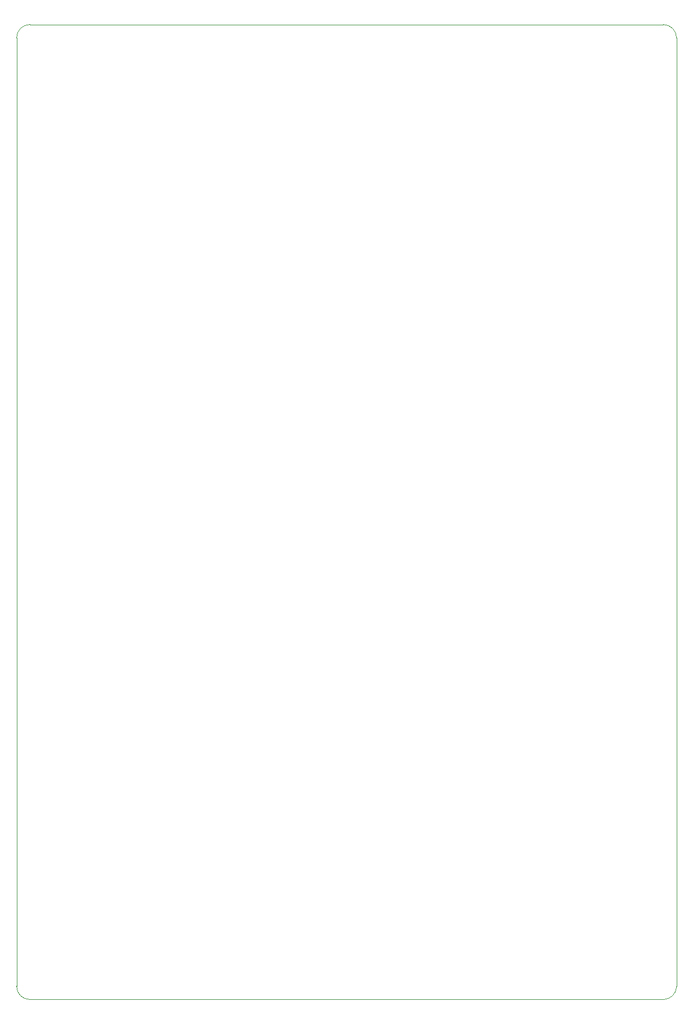
<source format=gbr>
%TF.GenerationSoftware,Altium Limited,Altium Designer,22.11.1 (43)*%
G04 Layer_Color=0*
%FSLAX45Y45*%
%MOMM*%
%TF.SameCoordinates,189E8146-0809-41ED-80BF-86DDFA5291D0*%
%TF.FilePolarity,Positive*%
%TF.FileFunction,Profile,NP*%
%TF.Part,Single*%
G01*
G75*
%TA.AperFunction,Profile*%
%ADD40C,0.02540*%
D40*
Y200000D02*
Y14480000D01*
D02*
G02*
X200000Y14680000I200000J-0D01*
G01*
X9750000D01*
D02*
G02*
X9950000Y14480000I0J-200000D01*
G01*
Y200000D01*
D02*
G02*
X9750000Y0I-200000J-0D01*
G01*
X200000D01*
D02*
G02*
X0Y200000I-0J200000D01*
G01*
%TF.MD5,af04fc931880e5cdf0f98c9e42c4ac9c*%
M02*

</source>
